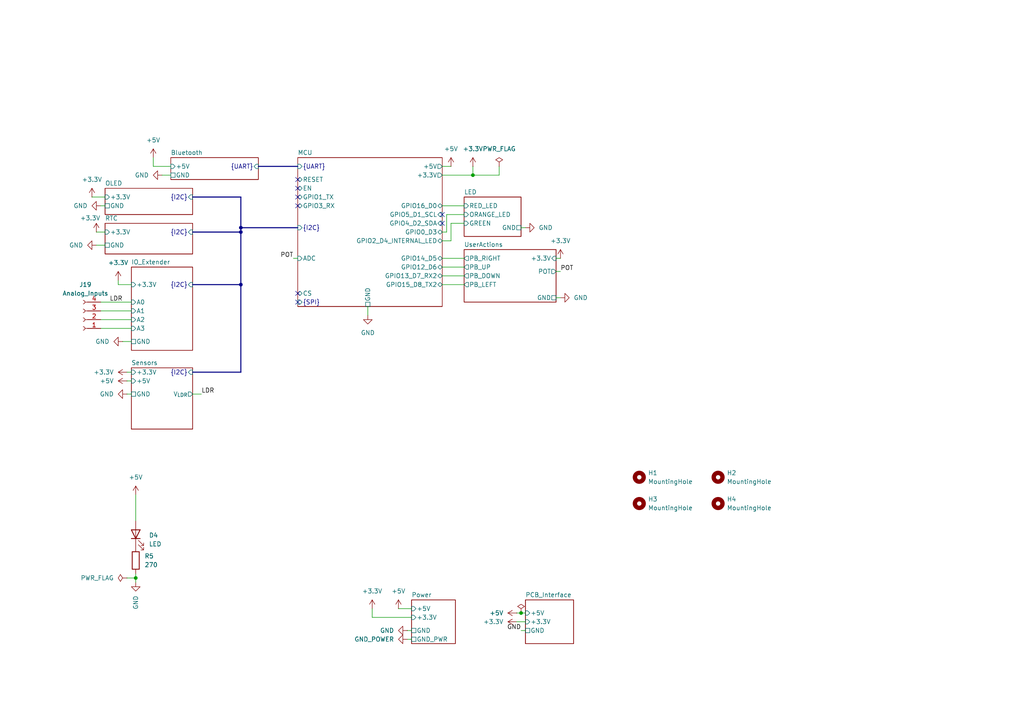
<source format=kicad_sch>
(kicad_sch (version 20231120) (generator "eeschema") (generator_version "8.0")
  (paper "A4")
  (title_block (title "Main interface") (date "2024-08-29") (rev "1.0") (company "Designed by CREPP-NLG"))
  (lib_symbols
    (symbol "Connector:Conn_01x04_Socket" (pin_names (offset 1.016) hide)
      (property "Reference" "J" (at 0 5.08 0))
      (property "Value" "Conn_01x04_Socket" (at 0 -7.62 0))
      (symbol "Conn_01x04_Socket_1_1"
        (arc (start 0 -4.572) (mid -0.5058 -5.08) (end 0 -5.588) (stroke (width 0.1524)))
        (arc (start 0 -2.032) (mid -0.5058 -2.54) (end 0 -3.048) (stroke (width 0.1524)))
        (polyline (pts (xy -1.27 -5.08) (xy -0.508 -5.08)) (stroke (width 0.1524)))
        (polyline (pts (xy -1.27 -2.54) (xy -0.508 -2.54)) (stroke (width 0.1524)))
        (polyline (pts (xy -1.27 0) (xy -0.508 0)) (stroke (width 0.1524)))
        (polyline (pts (xy -1.27 2.54) (xy -0.508 2.54)) (stroke (width 0.1524)))
        (arc (start 0 0.508) (mid -0.5058 0) (end 0 -0.508) (stroke (width 0.1524)))
        (arc (start 0 3.048) (mid -0.5058 2.54) (end 0 2.032) (stroke (width 0.1524)))
        (pin passive line (at -5.08 2.54 0) (length 3.81) (name "Pin_1") (number "1"))
        (pin passive line (at -5.08 0 0) (length 3.81) (name "Pin_2") (number "2"))
        (pin passive line (at -5.08 -2.54 0) (length 3.81) (name "Pin_3") (number "3"))
        (pin passive line (at -5.08 -5.08 0) (length 3.81) (name "Pin_4") (number "4"))
      )
    )
    (symbol "Device:LED" (pin_numbers hide) (pin_names (offset 1.016) hide)
      (property "Reference" "D" (at 0 2.54 0))
      (property "Value" "LED" (at 0 -2.54 0))
      (symbol "LED_0_1"
        (polyline (pts (xy -1.27 -1.27) (xy -1.27 1.27)) (stroke (width 0.254)))
        (polyline (pts (xy -1.27 0) (xy 1.27 0)))
        (polyline (pts (xy 1.27 -1.27) (xy 1.27 1.27) (xy -1.27 0) (xy 1.27 -1.27)) (stroke (width 0.254)))
        (polyline (pts (xy -3.048 -0.762) (xy -4.572 -2.286) (xy -3.81 -2.286) (xy -4.572 -2.286) (xy -4.572 -1.524)))
        (polyline (pts (xy -1.778 -0.762) (xy -3.302 -2.286) (xy -2.54 -2.286) (xy -3.302 -2.286) (xy -3.302 -1.524)))
      )
      (symbol "LED_1_1"
        (pin passive line (at -3.81 0 0) (length 2.54) (name "K") (number "1"))
        (pin passive line (at 3.81 0 180) (length 2.54) (name "A") (number "2"))
      )
    )
    (symbol "Device:R" (pin_numbers hide) (pin_names (offset 0))
      (property "Reference" "R" (at 2.032 0 90))
      (property "Value" "R" (at 0 0 90))
      (symbol "R_0_1"
        (rectangle (start -1.016 -2.54) (end 1.016 2.54) (stroke (width 0.254)))
      )
      (symbol "R_1_1"
        (pin passive line (at 0 3.81 270) (length 1.27) (name "~") (number "1"))
        (pin passive line (at 0 -3.81 90) (length 1.27) (name "~") (number "2"))
      )
    )
    (symbol "Mechanical:MountingHole" (pin_names (offset 1.016)) (exclude_from_sim yes) (in_bom no)
      (property "Reference" "H" (at 0 5.08 0))
      (property "Value" "MountingHole" (at 0 3.175 0))
      (symbol "MountingHole_0_1"
        (circle (center 0 0) (radius 1.27) (stroke (width 1.27)))
      )
    )
    (symbol "power:+3.3V" (power) (pin_numbers hide) (pin_names (offset 0) hide)
      (property "Value" "+3.3V" (at 0 3.556 0))
      (symbol "+3.3V_0_1"
        (polyline (pts (xy -0.762 1.27) (xy 0 2.54)))
        (polyline (pts (xy 0 0) (xy 0 2.54)))
        (polyline (pts (xy 0 2.54) (xy 0.762 1.27)))
      )
      (symbol "+3.3V_1_1"
        (pin power_in line (at 0 0 90) (length 0) (name "~") (number "1"))
      )
    )
    (symbol "power:GND" (power) (pin_numbers hide) (pin_names (offset 0) hide)
      (property "Value" "GND" (at 0 -3.81 0))
      (symbol "GND_0_1"
        (polyline (pts (xy 0 0) (xy 0 -1.27) (xy 1.27 -1.27) (xy 0 -2.54) (xy -1.27 -1.27) (xy 0 -1.27)))
      )
      (symbol "GND_1_1"
        (pin power_in line (at 0 0 270) (length 0) (name "~") (number "1"))
      )
    )
    (symbol "power:PWR_FLAG" (power) (pin_numbers hide) (pin_names (offset 0) hide)
      (property "Value" "PWR_FLAG" (at 0 3.81 0))
      (symbol "PWR_FLAG_0_0"
        (pin power_out line (at 0 0 90) (length 0) (name "~") (number "1"))
      )
      (symbol "PWR_FLAG_0_1"
        (polyline (pts (xy 0 0) (xy 0 1.27) (xy -1.016 1.905) (xy 0 2.54) (xy 1.016 1.905) (xy 0 1.27)))
      )
    )
  )
  (junction (at 69.85 67.31))
  (junction (at 69.85 82.55))
  (junction (at 137.16 50.8))
  (junction (at 151.13 177.8))
  (junction (at 39.37 167.64))
  (junction (at 69.85 66.04))
  (no_connect (at 86.36 87.63))
  (no_connect (at 86.36 57.15))
  (no_connect (at 86.36 52.07))
  (no_connect (at 86.36 85.09))
  (no_connect (at 128.27 62.23))
  (no_connect (at 128.27 64.77))
  (no_connect (at 86.36 54.61))
  (no_connect (at 86.36 59.69))
  (wire (pts (xy 39.37 166.37) (xy 39.37 167.64)))
  (bus (pts (xy 69.85 67.31) (xy 69.85 66.04)))
  (wire (pts (xy 149.86 177.8) (xy 151.13 177.8)))
  (wire (pts (xy 161.29 86.36) (xy 162.56 86.36)))
  (wire (pts (xy 107.95 179.07) (xy 119.38 179.07)))
  (bus (pts (xy 69.85 107.95) (xy 69.85 82.55)))
  (wire (pts (xy 115.57 176.53) (xy 119.38 176.53)))
  (wire (pts (xy 27.94 71.12) (xy 30.48 71.12)))
  (wire (pts (xy 107.95 176.53) (xy 107.95 179.07)))
  (wire (pts (xy 128.27 74.93) (xy 134.62 74.93)))
  (wire (pts (xy 36.83 114.3) (xy 38.1 114.3)))
  (wire (pts (xy 161.29 74.93) (xy 162.56 74.93)))
  (wire (pts (xy 35.56 99.06) (xy 38.1 99.06)))
  (wire (pts (xy 27.94 67.31) (xy 30.48 67.31)))
  (wire (pts (xy 29.21 87.63) (xy 38.1 87.63)))
  (wire (pts (xy 46.99 50.8) (xy 49.53 50.8)))
  (wire (pts (xy 36.83 107.95) (xy 38.1 107.95)))
  (wire (pts (xy 151.13 66.04) (xy 152.4 66.04)))
  (wire (pts (xy 129.54 67.31) (xy 128.27 67.31)))
  (bus (pts (xy 55.88 57.15) (xy 69.85 57.15)))
  (wire (pts (xy 85.09 74.93) (xy 86.36 74.93)))
  (wire (pts (xy 128.27 82.55) (xy 134.62 82.55)))
  (wire (pts (xy 149.86 180.34) (xy 152.4 180.34)))
  (wire (pts (xy 26.67 57.15) (xy 30.48 57.15)))
  (bus (pts (xy 55.88 67.31) (xy 69.85 67.31)))
  (wire (pts (xy 151.13 177.8) (xy 152.4 177.8)))
  (bus (pts (xy 74.93 48.26) (xy 86.36 48.26)))
  (wire (pts (xy 44.45 45.72) (xy 44.45 48.26)))
  (wire (pts (xy 34.29 82.55) (xy 38.1 82.55)))
  (bus (pts (xy 69.85 66.04) (xy 86.36 66.04)))
  (wire (pts (xy 144.78 48.26) (xy 144.78 50.8)))
  (wire (pts (xy 128.27 69.85) (xy 130.81 69.85)))
  (wire (pts (xy 118.11 182.88) (xy 119.38 182.88)))
  (wire (pts (xy 34.29 81.28) (xy 34.29 82.55)))
  (wire (pts (xy 129.54 62.23) (xy 129.54 67.31)))
  (wire (pts (xy 39.37 151.13) (xy 39.37 143.51)))
  (wire (pts (xy 29.21 90.17) (xy 38.1 90.17)))
  (wire (pts (xy 161.29 78.74) (xy 162.56 78.74)))
  (wire (pts (xy 130.81 69.85) (xy 130.81 64.77)))
  (wire (pts (xy 128.27 80.01) (xy 134.62 80.01)))
  (bus (pts (xy 69.85 57.15) (xy 69.85 66.04)))
  (wire (pts (xy 44.45 48.26) (xy 49.53 48.26)))
  (wire (pts (xy 128.27 48.26) (xy 130.81 48.26)))
  (bus (pts (xy 55.88 82.55) (xy 69.85 82.55)))
  (wire (pts (xy 29.21 95.25) (xy 38.1 95.25)))
  (bus (pts (xy 69.85 82.55) (xy 69.85 67.31)))
  (wire (pts (xy 128.27 77.47) (xy 134.62 77.47)))
  (wire (pts (xy 55.88 114.3) (xy 58.42 114.3)))
  (wire (pts (xy 36.83 167.64) (xy 39.37 167.64)))
  (wire (pts (xy 36.83 110.49) (xy 38.1 110.49)))
  (wire (pts (xy 106.68 88.9) (xy 106.68 91.44)))
  (wire (pts (xy 29.21 92.71) (xy 38.1 92.71)))
  (wire (pts (xy 39.37 167.64) (xy 39.37 168.91)))
  (wire (pts (xy 130.81 64.77) (xy 134.62 64.77)))
  (wire (pts (xy 118.11 185.42) (xy 119.38 185.42)))
  (wire (pts (xy 151.13 182.88) (xy 152.4 182.88)))
  (bus (pts (xy 55.88 107.95) (xy 69.85 107.95)))
  (wire (pts (xy 134.62 62.23) (xy 129.54 62.23)))
  (wire (pts (xy 29.21 59.69) (xy 30.48 59.69)))
  (wire (pts (xy 128.27 50.8) (xy 137.16 50.8)))
  (wire (pts (xy 137.16 50.8) (xy 144.78 50.8)))
  (wire (pts (xy 137.16 50.8) (xy 137.16 48.26)))
  (wire (pts (xy 128.27 59.69) (xy 134.62 59.69)))
  (label "LDR" (at 58.42 114.3 0))
  (label "POT" (at 162.56 78.74 0))
  (label "POT" (at 85.09 74.93 180))
  (label "GND" (at 151.13 182.88 180))
  (label "LDR" (at 35.56 87.63 180))
  (symbol (lib_id "Device:R") (at 39.37 162.56 0) (unit 1)
    (property "Reference" "R5" (at 41.91 161.29 0) (effects (justify left)))
    (property "Value" "270" (at 41.91 163.83 0) (effects (justify left)))
    (property "Footprint" "Resistor_THT:R_Axial_DIN0207_L6.3mm_D2.5mm_P7.62mm_Horizontal" (effects (hide yes)))
  )
  (symbol (lib_id "power:+3.3V") (at 44.45 45.72 0) (unit 1)
    (property "Reference" "#PWR04" (effects (hide yes)))
    (property "Value" "+5V" (at 44.45 40.64 0))
    (property "Description" "Power symbol creates a global label with name \"+3.3V\"" (effects (hide yes)))
  )
  (symbol (lib_id "power:PWR_FLAG") (at 36.83 167.64 90) (unit 1)
    (property "Reference" "#FLG02" (effects (hide yes)))
    (property "Value" "PWR_FLAG" (at 33.02 167.6399 90) (effects (justify left)))
    (property "Description" "Special symbol for telling ERC where power comes from" (effects (hide yes)))
  )
  (symbol (lib_id "power:+3.3V") (at 36.83 107.95 90) (unit 1)
    (property "Reference" "#PWR025" (effects (hide yes)))
    (property "Value" "+3.3V" (at 33.02 107.9499 90) (effects (justify left)))
    (property "Description" "Power symbol creates a global label with name \"+3.3V\"" (effects (hide yes)))
  )
  (symbol (lib_id "Mechanical:MountingHole") (at 208.28 138.43 0) (unit 1) (exclude_from_sim yes) (in_bom no)
    (property "Reference" "H2" (at 210.82 137.1599 0) (effects (justify left)))
    (property "Value" "MountingHole" (at 210.82 139.6999 0) (effects (justify left)))
    (property "Footprint" "MountingHole:MountingHole_3.2mm_M3" (effects (hide yes)))
    (property "Description" "Mounting Hole without connection" (effects (hide yes)))
  )
  (symbol (lib_id "power:GND") (at 36.83 114.3 270) (unit 1)
    (property "Reference" "#PWR014" (effects (hide yes)))
    (property "Value" "GND" (at 33.02 114.2999 90) (effects (justify right)))
    (property "Description" "Power symbol creates a global label with name \"GND\" , ground" (effects (hide yes)))
  )
  (symbol (lib_id "power:+3.3V") (at 36.83 110.49 90) (unit 1)
    (property "Reference" "#PWR023" (effects (hide yes)))
    (property "Value" "+5V" (at 33.02 110.4899 90) (effects (justify left)))
    (property "Description" "Power symbol creates a global label with name \"+3.3V\"" (effects (hide yes)))
  )
  (symbol (lib_id "power:GND") (at 152.4 66.04 90) (unit 1)
    (property "Reference" "#PWR016" (effects (hide yes)))
    (property "Value" "GND" (at 156.21 66.0399 90) (effects (justify right)))
    (property "Description" "Power symbol creates a global label with name \"GND\" , ground" (effects (hide yes)))
  )
  (symbol (lib_id "power:GND") (at 29.21 59.69 270) (unit 1)
    (property "Reference" "#PWR011" (effects (hide yes)))
    (property "Value" "GND" (at 25.4 59.6899 90) (effects (justify right)))
    (property "Description" "Power symbol creates a global label with name \"GND\" , ground" (effects (hide yes)))
  )
  (symbol (lib_id "power:+3.3V") (at 107.95 176.53 0) (unit 1)
    (property "Reference" "#PWR021" (effects (hide yes)))
    (property "Value" "+3.3V" (at 107.95 171.45 0))
    (property "Description" "Power symbol creates a global label with name \"+3.3V\"" (effects (hide yes)))
  )
  (symbol (lib_id "power:+3.3V") (at 130.81 48.26 0) (unit 1)
    (property "Reference" "#PWR06" (effects (hide yes)))
    (property "Value" "+5V" (at 130.81 43.18 0))
    (property "Description" "Power symbol creates a global label with name \"+3.3V\"" (effects (hide yes)))
  )
  (symbol (lib_id "power:GND") (at 39.37 168.91 0) (unit 1)
    (property "Reference" "#PWR02" (effects (hide yes)))
    (property "Value" "GND" (at 39.3699 172.72 90) (effects (justify right)))
    (property "Description" "Power symbol creates a global label with name \"GND\" , ground" (effects (hide yes)))
  )
  (symbol (lib_id "power:+3.3V") (at 137.16 48.26 0) (unit 1)
    (property "Reference" "#PWR05" (effects (hide yes)))
    (property "Value" "+3.3V" (at 137.16 43.18 0))
    (property "Description" "Power symbol creates a global label with name \"+3.3V\"" (effects (hide yes)))
  )
  (symbol (lib_id "power:+3.3V") (at 162.56 74.93 0) (unit 1)
    (property "Reference" "#PWR020" (effects (hide yes)))
    (property "Value" "+3.3V" (at 162.56 69.85 0))
    (property "Description" "Power symbol creates a global label with name \"+3.3V\"" (effects (hide yes)))
  )
  (symbol (lib_id "power:GND") (at 118.11 185.42 270) (unit 1)
    (property "Reference" "#PWR022" (effects (hide yes)))
    (property "Value" "GND_POWER" (at 114.3 185.4199 90) (effects (justify right)))
    (property "Description" "Power symbol creates a global label with name \"GND\" , ground" (effects (hide yes)))
  )
  (symbol (lib_id "power:PWR_FLAG") (at 151.13 177.8 0) (unit 1)
    (property "Reference" "#FLG03" (effects (hide yes)))
    (property "Value" "PWR_FLAG" (effects (hide yes)))
    (property "Description" "Special symbol for telling ERC where power comes from" (effects (hide yes)))
  )
  (symbol (lib_id "power:GND") (at 118.11 182.88 270) (unit 1)
    (property "Reference" "#PWR017" (effects (hide yes)))
    (property "Value" "GND" (at 114.3 182.8799 90) (effects (justify right)))
    (property "Description" "Power symbol creates a global label with name \"GND\" , ground" (effects (hide yes)))
  )
  (symbol (lib_id "Device:LED") (at 39.37 154.94 90) (unit 1)
    (property "Reference" "D4" (at 43.18 155.2575 90) (effects (justify right)))
    (property "Value" "LED" (at 43.18 157.7975 90) (effects (justify right)))
    (property "Footprint" "LED_THT:LED_D5.0mm" (effects (hide yes)))
  )
  (symbol (lib_id "power:PWR_FLAG") (at 144.78 48.26 0) (unit 1)
    (property "Reference" "#FLG01" (effects (hide yes)))
    (property "Value" "PWR_FLAG" (at 144.78 43.18 0))
    (property "Description" "Special symbol for telling ERC where power comes from" (effects (hide yes)))
  )
  (symbol (lib_id "power:GND") (at 162.56 86.36 90) (unit 1)
    (property "Reference" "#PWR015" (effects (hide yes)))
    (property "Value" "GND" (at 166.37 86.3599 90) (effects (justify right)))
    (property "Description" "Power symbol creates a global label with name \"GND\" , ground" (effects (hide yes)))
  )
  (symbol (lib_id "power:+3.3V") (at 115.57 176.53 0) (unit 1)
    (property "Reference" "#PWR024" (effects (hide yes)))
    (property "Value" "+5V" (at 115.57 171.45 0))
    (property "Description" "Power symbol creates a global label with name \"+3.3V\"" (effects (hide yes)))
  )
  (symbol (lib_id "power:+3.3V") (at 27.94 67.31 0) (unit 1)
    (property "Reference" "#PWR09" (effects (hide yes)))
    (property "Value" "+3.3V" (at 26.162 63.246 0))
    (property "Description" "Power symbol creates a global label with name \"+3.3V\"" (effects (hide yes)))
  )
  (symbol (lib_id "Mechanical:MountingHole") (at 208.28 146.05 0) (unit 1) (exclude_from_sim yes) (in_bom no)
    (property "Reference" "H4" (at 210.82 144.7799 0) (effects (justify left)))
    (property "Value" "MountingHole" (at 210.82 147.3199 0) (effects (justify left)))
    (property "Footprint" "MountingHole:MountingHole_3.2mm_M3" (effects (hide yes)))
    (property "Description" "Mounting Hole without connection" (effects (hide yes)))
  )
  (symbol (lib_id "power:GND") (at 35.56 99.06 270) (unit 1)
    (property "Reference" "#PWR018" (effects (hide yes)))
    (property "Value" "GND" (at 31.75 99.0599 90) (effects (justify right)))
    (property "Description" "Power symbol creates a global label with name \"GND\" , ground" (effects (hide yes)))
  )
  (symbol (lib_id "Mechanical:MountingHole") (at 185.42 146.05 0) (unit 1) (exclude_from_sim yes) (in_bom no)
    (property "Reference" "H3" (at 187.96 144.7799 0) (effects (justify left)))
    (property "Value" "MountingHole" (at 187.96 147.3199 0) (effects (justify left)))
    (property "Footprint" "MountingHole:MountingHole_3.2mm_M3" (effects (hide yes)))
    (property "Description" "Mounting Hole without connection" (effects (hide yes)))
  )
  (symbol (lib_id "power:+3.3V") (at 26.67 57.15 0) (unit 1)
    (property "Reference" "#PWR08" (effects (hide yes)))
    (property "Value" "+3.3V" (at 26.67 52.07 0))
    (property "Description" "Power symbol creates a global label with name \"+3.3V\"" (effects (hide yes)))
  )
  (symbol (lib_id "Mechanical:MountingHole") (at 185.42 138.43 0) (unit 1) (exclude_from_sim yes) (in_bom no)
    (property "Reference" "H1" (at 187.96 137.1599 0) (effects (justify left)))
    (property "Value" "MountingHole" (at 187.96 139.6999 0) (effects (justify left)))
    (property "Footprint" "MountingHole:MountingHole_3.2mm_M3" (effects (hide yes)))
    (property "Description" "Mounting Hole without connection" (effects (hide yes)))
  )
  (symbol (lib_id "power:GND") (at 106.68 91.44 0) (unit 1)
    (property "Reference" "#PWR013" (effects (hide yes)))
    (property "Value" "GND" (at 106.68 96.52 0))
    (property "Description" "Power symbol creates a global label with name \"GND\" , ground" (effects (hide yes)))
  )
  (symbol (lib_id "power:GND") (at 27.94 71.12 270) (unit 1)
    (property "Reference" "#PWR010" (effects (hide yes)))
    (property "Value" "GND" (at 24.13 71.1199 90) (effects (justify right)))
    (property "Description" "Power symbol creates a global label with name \"GND\" , ground" (effects (hide yes)))
  )
  (symbol (lib_id "power:+3.3V") (at 39.37 143.51 0) (unit 1)
    (property "Reference" "#PWR07" (effects (hide yes)))
    (property "Value" "+5V" (at 39.37 138.43 0))
    (property "Description" "Power symbol creates a global label with name \"+3.3V\"" (effects (hide yes)))
  )
  (symbol (lib_id "power:+3.3V") (at 149.86 180.34 90) (unit 1)
    (property "Reference" "#PWR01" (effects (hide yes)))
    (property "Value" "+3.3V" (at 146.05 180.3399 90) (effects (justify left)))
    (property "Description" "Power symbol creates a global label with name \"+3.3V\"" (effects (hide yes)))
  )
  (symbol (lib_id "power:+3.3V") (at 149.86 177.8 90) (unit 1)
    (property "Reference" "#PWR03" (effects (hide yes)))
    (property "Value" "+5V" (at 146.05 177.7999 90) (effects (justify left)))
    (property "Description" "Power symbol creates a global label with name \"+3.3V\"" (effects (hide yes)))
  )
  (symbol (lib_id "power:GND") (at 46.99 50.8 270) (unit 1)
    (property "Reference" "#PWR012" (effects (hide yes)))
    (property "Value" "GND" (at 43.18 50.7999 90) (effects (justify right)))
    (property "Description" "Power symbol creates a global label with name \"GND\" , ground" (effects (hide yes)))
  )
  (symbol (lib_id "power:+3.3V") (at 34.29 81.28 0) (unit 1)
    (property "Reference" "#PWR019" (effects (hide yes)))
    (property "Value" "+3.3V" (at 34.29 76.2 0))
    (property "Description" "Power symbol creates a global label with name \"+3.3V\"" (effects (hide yes)))
  )
  (symbol (lib_id "Connector:Conn_01x04_Socket") (at 24.13 92.71 180) (unit 1)
    (property "Reference" "J19" (at 24.765 82.55 0))
    (property "Value" "Analog_Inputs" (at 24.765 85.09 0))
    (property "Footprint" "Connector_PinHeader_2.54mm:PinHeader_1x04_P2.54mm_Vertical" (effects (hide yes)))
    (property "Description" "Generic connector, single row, 01x04, script generated" (effects (hide yes)))
  )
  (sheet (at 38.1 77.47) (size 17.78 24.13) (stroke (width 0.1524))
    (property "Sheetname" "IO_Extender" (at 38.1 76.7584 0) (effects (justify left bottom)))
    (property "Sheetfile" "Modules/IO_Extender.kicad_sch" (effects (hide yes)))
    (pin "{I2C}" input (at 55.88 82.55 0))
    (pin "+3.3V" input (at 38.1 82.55 180))
    (pin "GND" passive (at 38.1 99.06 180))
    (pin "A1" input (at 38.1 90.17 180))
    (pin "A0" input (at 38.1 87.63 180))
    (pin "A2" input (at 38.1 92.71 180))
    (pin "A3" input (at 38.1 95.25 180))
  )
  (sheet (at 38.1 106.68) (size 17.78 17.78) (stroke (width 0.1524))
    (property "Sheetname" "Sensors" (at 38.1 105.9684 0) (effects (justify left bottom)))
    (property "Sheetfile" "Modules/Sensors.kicad_sch" (effects (hide yes)))
    (pin "GND" passive (at 38.1 114.3 180))
    (pin "+3.3V" input (at 38.1 107.95 180))
    (pin "V_{LDR}" output (at 55.88 114.3 0))
    (pin "+5V" input (at 38.1 110.49 180))
    (pin "{I2C}" input (at 55.88 107.95 0))
  )
  (sheet (at 152.4 173.99) (size 13.97 12.7) (stroke (width 0.1524))
    (property "Sheetname" "PCB_Interface" (at 152.4 173.2784 0) (effects (justify left bottom)))
    (property "Sheetfile" "Modules/PCB_Interface.kicad_sch" (effects (hide yes)))
    (pin "GND" passive (at 152.4 182.88 180))
    (pin "+3.3V" input (at 152.4 180.34 180))
    (pin "+5V" input (at 152.4 177.8 180))
  )
  (sheet (at 30.48 64.77) (size 25.4 8.89) (stroke (width 0.1524))
    (property "Sheetname" "RTC" (at 30.48 64.0584 0) (effects (justify left bottom)))
    (property "Sheetfile" "Modules/RTC.kicad_sch" (effects (hide yes)))
    (pin "+3.3V" input (at 30.48 67.31 180))
    (pin "GND" passive (at 30.48 71.12 180))
    (pin "{I2C}" input (at 55.88 67.31 0))
  )
  (sheet (at 30.48 54.61) (size 25.4 7.62) (stroke (width 0.1524))
    (property "Sheetname" "OLED" (at 30.48 53.8984 0) (effects (justify left bottom)))
    (property "Sheetfile" "Modules/OLED.kicad_sch" (effects (hide yes)))
    (pin "{I2C}" input (at 55.88 57.15 0))
    (pin "GND" passive (at 30.48 59.69 180))
    (pin "+3.3V" input (at 30.48 57.15 180))
  )
  (sheet (at 134.62 72.39) (size 26.67 15.24) (stroke (width 0.1524))
    (property "Sheetname" "UserActions" (at 134.62 71.6784 0) (effects (justify left bottom)))
    (property "Sheetfile" "Modules/UserActions.kicad_sch" (effects (hide yes)))
    (pin "GND" passive (at 161.29 86.36 0))
    (pin "PB_RIGHT" output (at 134.62 74.93 180))
    (pin "PB_UP" output (at 134.62 77.47 180))
    (pin "PB_DOWN" output (at 134.62 80.01 180))
    (pin "PB_LEFT" output (at 134.62 82.55 180))
    (pin "+3.3V" input (at 161.29 74.93 0))
    (pin "POT" output (at 161.29 78.74 0))
  )
  (sheet (at 49.53 45.72) (size 25.4 6.35) (stroke (width 0.1524))
    (property "Sheetname" "Bluetooth" (at 49.53 45.0084 0) (effects (justify left bottom)))
    (property "Sheetfile" "Modules/Bluetooth.kicad_sch" (effects (hide yes)))
    (pin "GND" passive (at 49.53 50.8 180))
    (pin "+5V" input (at 49.53 48.26 180))
    (pin "{UART}" input (at 74.93 48.26 0))
  )
  (sheet (at 119.38 173.99) (size 12.7 12.7) (stroke (width 0.1524))
    (property "Sheetname" "Power" (at 119.38 173.2784 0) (effects (justify left bottom)))
    (property "Sheetfile" "Modules/Power.kicad_sch" (effects (hide yes)))
    (pin "+3.3V" input (at 119.38 179.07 180))
    (pin "GND" passive (at 119.38 182.88 180))
    (pin "+5V" input (at 119.38 176.53 180))
    (pin "GND_PWR" passive (at 119.38 185.42 180))
  )
  (sheet (at 86.36 45.72) (size 41.91 43.18) (stroke (width 0.1524))
    (property "Sheetname" "MCU" (at 86.36 45.0084 0) (effects (justify left bottom)))
    (property "Sheetfile" "Modules/MCU.kicad_sch" (effects (hide yes)))
    (pin "GND" passive (at 106.68 88.9 270))
    (pin "{UART}" input (at 86.36 48.26 180))
    (pin "{I2C}" input (at 86.36 66.04 180))
    (pin "{SPI}" input (at 86.36 87.63 180))
    (pin "+5V" output (at 128.27 48.26 0))
    (pin "+3.3V" output (at 128.27 50.8 0))
    (pin "GPIO5_D1_SCL" input (at 128.27 62.23 0))
    (pin "GPIO4_D2_SDA" input (at 128.27 64.77 0))
    (pin "GPIO3_RX" bidirectional (at 86.36 59.69 180))
    (pin "GPIO1_TX" bidirectional (at 86.36 57.15 180))
    (pin "GPIO0_D3" bidirectional (at 128.27 67.31 0))
    (pin "GPIO2_D4_INTERNAL_LED" bidirectional (at 128.27 69.85 0))
    (pin "GPIO15_D8_TX2" bidirectional (at 128.27 82.55 0))
    (pin "GPIO14_D5" bidirectional (at 128.27 74.93 0))
    (pin "GPIO12_D6" bidirectional (at 128.27 77.47 0))
    (pin "GPIO13_D7_RX2" bidirectional (at 128.27 80.01 0))
    (pin "ADC" input (at 86.36 74.93 180))
    (pin "CS" bidirectional (at 86.36 85.09 180))
    (pin "EN" bidirectional (at 86.36 54.61 180))
    (pin "RESET" bidirectional (at 86.36 52.07 180))
    (pin "GPIO16_D0" bidirectional (at 128.27 59.69 0))
  )
  (sheet (at 134.62 57.15) (size 16.51 11.43) (stroke (width 0.1524))
    (property "Sheetname" "LED" (at 134.62 56.4384 0) (effects (justify left bottom)))
    (property "Sheetfile" "Modules/LED.kicad_sch" (effects (hide yes)))
    (pin "GREEN" input (at 134.62 64.77 180))
    (pin "ORANGE_LED" input (at 134.62 62.23 180))
    (pin "RED_LED" input (at 134.62 59.69 180))
    (pin "GND" passive (at 151.13 66.04 0))
  )
)
</source>
